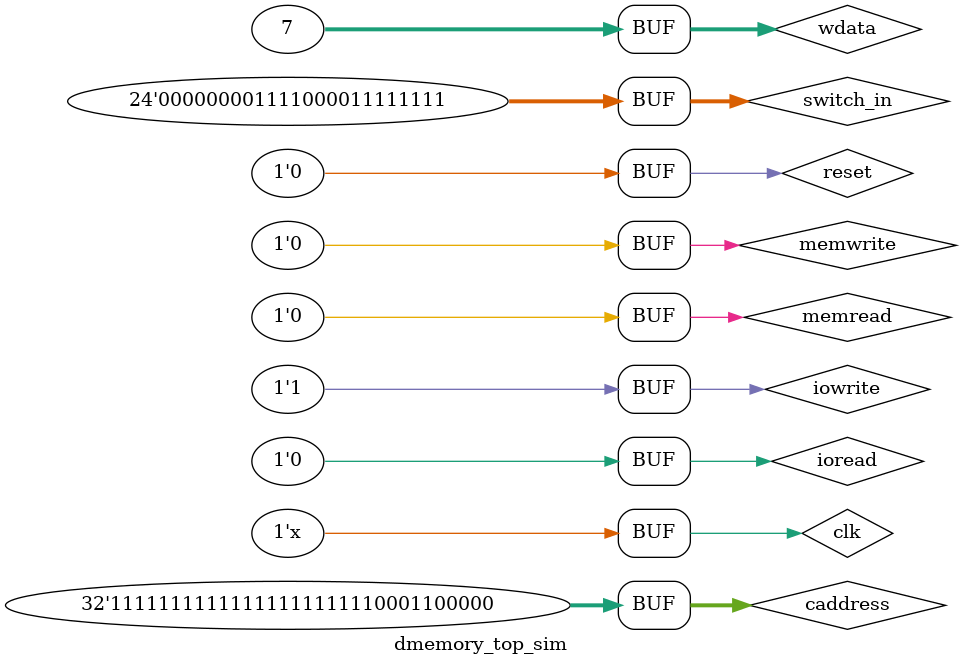
<source format=v>
`timescale 1ns / 1ps


module dmemory_top_sim( );
    reg clk, reset;                          // 时钟和复位信号
    reg  memwrite, memread, iowrite, ioread; // 来自控制单元的控制信号
    reg [31:0]  caddress;                    // 来自 executs32 的 alu_result 
    reg [23:0]  switch_in;                   // 拨码开关输入
    reg [31:0]  wdata;                       // 从译码单元拿到的data，要写进memory或者IO输出
    wire [31:0] rdata;                       // 从memory或者IO读进来的data，要给译码单元写入寄存器
    wire [23:0] ledout;                      // led灯输出
    
    dmemory_top u(clk, reset, memwrite, memread, iowrite, ioread, caddress, switch_in, wdata, rdata, ledout);
    
    initial begin
    clk = 0;
    reset = 1;
    caddress = 32'h00000010;
    memread = 1'b1;
    memwrite = 1'b0;
    ioread = 1'b0; 
    iowrite = 1'b0 ;
    
    #5    reset = 1'b0;
    #195   begin  switch_in = {{4{1'b1}}, {4{1'b0}}, {8{1'b1}}}; caddress = 32'hfffffc70;memwrite = 1'b0;memread = 1'b0;ioread = 1'b1;end;
    #400   begin  caddress = 32'h00000001;wdata = 32'h00000007;memwrite = 1'b1;ioread = 1'b0;end;
    #200   begin  caddress = 32'h00000001;memwrite = 1'b0;memread = 1'b1;end;        
    #200   begin  caddress = 32'hfffffc60;iowrite=1'b1;memread = 1'b0; end;        
    end
    always #50 clk = ~clk;
endmodule

</source>
